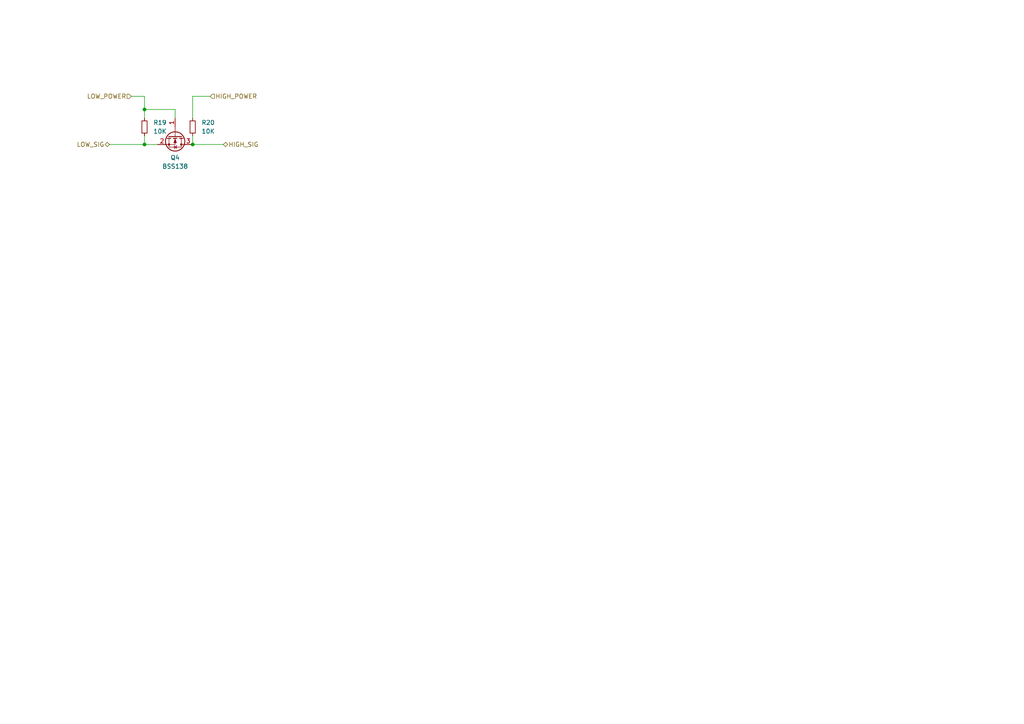
<source format=kicad_sch>
(kicad_sch (version 20231120) (generator "eeschema") (generator_version "8.0")
  (paper "A4")
  (lib_symbols
    (symbol "Device:R_Small" (pin_numbers hide) (pin_names (offset 0.254) hide)
      (property "Reference" "R" (at 0.762 0.508 0))
      (property "Value" "R_Small" (at 0.762 -1.016 0))
      (symbol "R_Small_0_1"
        (rectangle (start -0.762 1.778) (end 0.762 -1.778) (stroke (width 0.2032)))
      )
      (symbol "R_Small_1_1"
        (pin passive line (at 0 2.54 270) (length 0.762) (name "~") (number "1"))
        (pin passive line (at 0 -2.54 90) (length 0.762) (name "~") (number "2"))
      )
    )
    (symbol "Transistor_FET:BSS138" (pin_names hide)
      (property "Reference" "Q" (at 5.08 1.905 0))
      (property "Value" "BSS138" (at 5.08 0 0))
      (symbol "BSS138_0_1"
        (polyline (pts (xy 0.254 0) (xy -2.54 0)))
        (polyline (pts (xy 0.254 1.905) (xy 0.254 -1.905)) (stroke (width 0.254)))
        (polyline (pts (xy 0.762 -1.27) (xy 0.762 -2.286)) (stroke (width 0.254)))
        (polyline (pts (xy 0.762 0.508) (xy 0.762 -0.508)) (stroke (width 0.254)))
        (polyline (pts (xy 0.762 2.286) (xy 0.762 1.27)) (stroke (width 0.254)))
        (polyline (pts (xy 2.54 2.54) (xy 2.54 1.778)))
        (polyline (pts (xy 2.54 -2.54) (xy 2.54 0) (xy 0.762 0)))
        (polyline (pts (xy 0.762 -1.778) (xy 3.302 -1.778) (xy 3.302 1.778) (xy 0.762 1.778)))
        (polyline (pts (xy 1.016 0) (xy 2.032 0.381) (xy 2.032 -0.381) (xy 1.016 0)) (fill (type outline)))
        (polyline (pts (xy 2.794 0.508) (xy 2.921 0.381) (xy 3.683 0.381) (xy 3.81 0.254)))
        (polyline (pts (xy 3.302 0.381) (xy 2.921 -0.254) (xy 3.683 -0.254) (xy 3.302 0.381)))
        (circle (center 1.651 0) (radius 2.794) (stroke (width 0.254)))
        (circle (center 2.54 -1.778) (radius 0.254) (fill (type outline)))
        (circle (center 2.54 1.778) (radius 0.254) (fill (type outline)))
      )
      (symbol "BSS138_1_1"
        (pin input line (at -5.08 0 0) (length 2.54) (name "G") (number "1"))
        (pin passive line (at 2.54 -5.08 90) (length 2.54) (name "S") (number "2"))
        (pin passive line (at 2.54 5.08 270) (length 2.54) (name "D") (number "3"))
      )
    )
  )
  (junction (at 41.91 31.75))
  (junction (at 41.91 41.91))
  (junction (at 55.88 41.91))
  (wire (pts (xy 41.91 39.37) (xy 41.91 41.91)))
  (wire (pts (xy 50.8 34.29) (xy 50.8 31.75)))
  (wire (pts (xy 38.1 27.94) (xy 41.91 27.94)))
  (wire (pts (xy 55.88 41.91) (xy 64.77 41.91)))
  (wire (pts (xy 41.91 31.75) (xy 50.8 31.75)))
  (wire (pts (xy 41.91 31.75) (xy 41.91 34.29)))
  (wire (pts (xy 55.88 27.94) (xy 55.88 34.29)))
  (wire (pts (xy 31.75 41.91) (xy 41.91 41.91)))
  (wire (pts (xy 55.88 39.37) (xy 55.88 41.91)))
  (wire (pts (xy 55.88 27.94) (xy 60.96 27.94)))
  (wire (pts (xy 41.91 27.94) (xy 41.91 31.75)))
  (wire (pts (xy 41.91 41.91) (xy 45.72 41.91)))
  (hierarchical_label "LOW_SIG" (shape bidirectional) (at 31.75 41.91 180))
  (hierarchical_label "HIGH_SIG" (shape bidirectional) (at 64.77 41.91 0))
  (hierarchical_label "LOW_POWER" (shape input) (at 38.1 27.94 180))
  (hierarchical_label "HIGH_POWER" (shape input) (at 60.96 27.94 0))
  (symbol (lib_id "Device:R_Small") (at 55.88 36.83 0) (unit 1)
    (property "Reference" "R20" (at 58.42 35.5599 0) (effects (justify left)))
    (property "Value" "10K" (at 58.42 38.0999 0) (effects (justify left)))
    (property "Footprint" "Resistor_SMD:R_0805_2012Metric_Pad1.20x1.40mm_HandSolder" (effects (hide yes)))
    (property "Description" "Resistor, small symbol" (effects (hide yes)))
    (instances (project "usb2ps2" (path "" (reference "R20") (unit 1)) (path "" (reference "R16") (unit 1)) (path "" (reference "R18") (unit 1)) (path "" (reference "R14") (unit 1))))
  )
  (symbol (lib_id "Transistor_FET:BSS138") (at 50.8 39.37 270) (unit 1)
    (property "Reference" "Q4" (at 50.8 45.72 90))
    (property "Value" "BSS138" (at 50.8 48.26 90))
    (property "Footprint" "Package_TO_SOT_SMD:SOT-23" (effects (hide yes)))
    (property "Datasheet" "https://www.onsemi.com/pub/Collateral/BSS138-D.PDF" (effects (hide yes)))
    (property "Description" "50V Vds, 0.22A Id, N-Channel MOSFET, SOT-23" (effects (hide yes)))
    (instances (project "usb2ps2" (path "" (reference "Q4") (unit 1)) (path "" (reference "Q2") (unit 1)) (path "" (reference "Q3") (unit 1)) (path "" (reference "Q1") (unit 1))))
  )
  (symbol (lib_id "Device:R_Small") (at 41.91 36.83 0) (unit 1)
    (property "Reference" "R19" (at 44.45 35.5599 0) (effects (justify left)))
    (property "Value" "10K" (at 44.45 38.0999 0) (effects (justify left)))
    (property "Footprint" "Resistor_SMD:R_0805_2012Metric_Pad1.20x1.40mm_HandSolder" (effects (hide yes)))
    (property "Description" "Resistor, small symbol" (effects (hide yes)))
    (instances (project "usb2ps2" (path "" (reference "R19") (unit 1)) (path "" (reference "R15") (unit 1)) (path "" (reference "R17") (unit 1)) (path "" (reference "R13") (unit 1))))
  )
)
</source>
